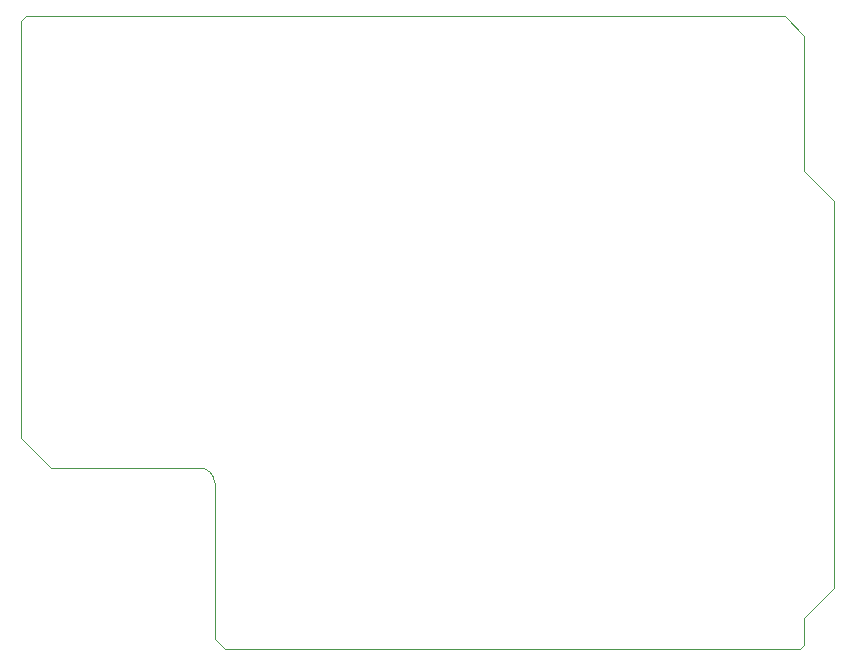
<source format=gbr>
%TF.GenerationSoftware,KiCad,Pcbnew,7.0.1*%
%TF.CreationDate,2023-05-06T15:08:35-03:00*%
%TF.ProjectId,Servo_Claw,53657276-6f5f-4436-9c61-772e6b696361,rev?*%
%TF.SameCoordinates,Original*%
%TF.FileFunction,Profile,NP*%
%FSLAX46Y46*%
G04 Gerber Fmt 4.6, Leading zero omitted, Abs format (unit mm)*
G04 Created by KiCad (PCBNEW 7.0.1) date 2023-05-06 15:08:35*
%MOMM*%
%LPD*%
G01*
G04 APERTURE LIST*
%TA.AperFunction,Profile*%
%ADD10C,0.120000*%
%TD*%
G04 APERTURE END LIST*
D10*
%TO.C,A1*%
X114376200Y-91119600D02*
X114383200Y-55813600D01*
X114376200Y-91119600D02*
X116923200Y-93659600D01*
X114383200Y-55813600D02*
X114764200Y-55432600D01*
X114764200Y-55432600D02*
X179026200Y-55429600D01*
X116923200Y-93659600D02*
X129496200Y-93659600D01*
X130766200Y-94929600D02*
X130766200Y-108137600D01*
X130766200Y-108137600D02*
X131655200Y-109026600D01*
X179026200Y-55429600D02*
X180676200Y-57079600D01*
X180296200Y-109026600D02*
X131655200Y-109026600D01*
X180296200Y-109026600D02*
X180677200Y-108645600D01*
X180676200Y-57079600D02*
X180676200Y-68509600D01*
X180676200Y-68509600D02*
X183216200Y-71049600D01*
X180676200Y-106359600D02*
X180677200Y-108645600D01*
X183216200Y-71049600D02*
X183216200Y-103819600D01*
X183216200Y-103819600D02*
X180676200Y-106359600D01*
X130766200Y-94929600D02*
G75*
G03*
X129496200Y-93659600I-1269999J1D01*
G01*
%TD*%
M02*

</source>
